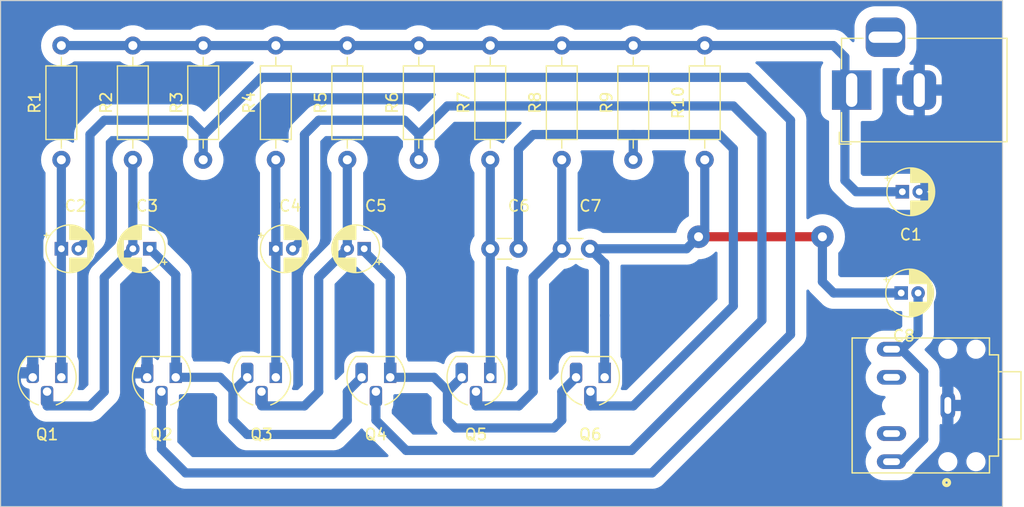
<source format=kicad_pcb>
(kicad_pcb (version 20221018) (generator pcbnew)
  (layers (0 "F.Cu" signal) (31 "B.Cu" signal) (34 "B.Paste" user) (35 "F.Paste" user) (36 "B.SilkS" user "B.Silkscreen") (37 "F.SilkS" user "F.Silkscreen") (38 "B.Mask" user) (39 "F.Mask" user) (44 "Edge.Cuts" user))
  (net 0 "")
  (net 1 "+9V")
  (net 2 "GND")
  (net 3 "Net-(Q1-C)")
  (net 4 "Net-(Q2-B)")
  (net 5 "Net-(Q2-C)")
  (net 6 "Net-(Q1-B)")
  (net 7 "Net-(Q4-B)")
  (net 8 "Net-(Q3-C)")
  (net 9 "Net-(Q4-C)")
  (net 10 "Net-(Q3-B)")
  (net 11 "Net-(Q5-C)")
  (net 12 "Net-(Q6-B)")
  (net 13 "Net-(Q5-B)")
  (net 14 "Net-(Q6-C)")
  (net 15 "audio")
  (footprint "Package_TO_SOT_THT:TO-92L_HandSolder" (layer "F.Cu") (at 63.5 63.5 180)
    (fp_text reference "Q5" (at 1.27 -5.08) (layer "F.SilkS"))
    (fp_text value "NPN" hide)
    (pad "1" thru_hole rect (at 0 0 180) (size 1.1 1.8) (drill 0.75 (offset 0 0.4)) (layers "*.Cu" "*.Mask") (net 11 "Net-(Q5-C)"))
    (pad "2" thru_hole roundrect (at 1.27 -1.27 180) (size 1.1 1.8) (drill 0.75 (offset 0 -0.4)) (layers "*.Cu" "*.Mask") (net 13 "Net-(Q5-B)"))
    (pad "3" thru_hole roundrect (at 2.54 0 180) (size 1.1 1.8) (drill 0.75 (offset 0 0.4)) (layers "*.Cu" "*.Mask") (net 9 "Net-(Q4-C)"))
  )
  (footprint "Capacitor_THT:CP_Radial_D4.0mm_P1.50mm" (layer "F.Cu") (at 100.1 47)
    (fp_text reference "C1" (at 0.75 3.81) (layer "F.SilkS"))
    (fp_text value "C_Polarized" hide)
    (pad "1" thru_hole rect (at 0 0) (size 1.2 1.2) (drill 0.6) (layers "*.Cu" "*.Mask") (net 1 "+9V"))
    (pad "2" thru_hole circle (at 1.5 0) (size 1.2 1.2) (drill 0.6) (layers "*.Cu" "*.Mask") (net 2 "GND"))
  )
  (footprint "Capacitor_THT:CP_Radial_D4.0mm_P1.50mm" (layer "F.Cu") (at 33.25 52.07 180)
    (fp_text reference "C3" (at 0.23 3.81) (layer "F.SilkS"))
    (fp_text value "C_Polarized" hide)
    (pad "1" thru_hole rect (at 0 0 180) (size 1.2 1.2) (drill 0.6) (layers "*.Cu" "*.Mask") (net 5 "Net-(Q2-C)"))
    (pad "2" thru_hole circle (at 1.5 0 180) (size 1.2 1.2) (drill 0.6) (layers "*.Cu" "*.Mask") (net 6 "Net-(Q1-B)"))
  )
  (footprint "Resistor_THT:R_Axial_DIN0207_L6.3mm_D2.5mm_P10.16mm_Horizontal" (layer "F.Cu") (at 76.2 44.16 90)
    (fp_text reference "R9" (at 5.08 -2.37 90) (layer "F.SilkS"))
    (fp_text value "R")
    (pad "1" thru_hole circle (at 0 0 90) (size 1.6 1.6) (drill 0.8) (layers "*.Cu" "*.Mask") (net 12 "Net-(Q6-B)"))
    (pad "2" thru_hole oval (at 10.16 0 90) (size 1.6 1.6) (drill 0.8) (layers "*.Cu" "*.Mask") (net 1 "+9V"))
  )
  (footprint "Package_TO_SOT_THT:TO-92L_HandSolder" (layer "F.Cu") (at 54.61 63.5 180)
    (fp_text reference "Q4" (at 1.27 -5.08) (layer "F.SilkS"))
    (fp_text value "NPN" hide)
    (pad "1" thru_hole rect (at 0 0 180) (size 1.1 1.8) (drill 0.75 (offset 0 0.4)) (layers "*.Cu" "*.Mask") (net 9 "Net-(Q4-C)"))
    (pad "2" thru_hole roundrect (at 1.27 -1.27 180) (size 1.1 1.8) (drill 0.75 (offset 0 -0.4)) (layers "*.Cu" "*.Mask") (net 7 "Net-(Q4-B)"))
    (pad "3" thru_hole roundrect (at 2.54 0 180) (size 1.1 1.8) (drill 0.75 (offset 0 0.4)) (layers "*.Cu" "*.Mask") (net 5 "Net-(Q2-C)"))
  )
  (footprint "Capacitor_THT:C_Disc_D3.0mm_W1.6mm_P2.50mm" (layer "F.Cu") (at 63.5 52.07)
    (fp_text reference "C6" (at 2.54 -3.81) (layer "F.SilkS"))
    (fp_text value "C" hide)
    (pad "1" thru_hole circle (at 0 0) (size 1.6 1.6) (drill 0.8) (layers "*.Cu" "*.Mask") (net 11 "Net-(Q5-C)"))
    (pad "2" thru_hole circle (at 2.5 0) (size 1.6 1.6) (drill 0.8) (layers "*.Cu" "*.Mask") (net 12 "Net-(Q6-B)"))
  )
  (footprint "Capacitor_THT:C_Disc_D3.0mm_W1.6mm_P2.50mm" (layer "F.Cu") (at 69.85 52.07)
    (fp_text reference "C7" (at 2.54 -3.81) (layer "F.SilkS"))
    (fp_text value "C" hide)
    (pad "1" thru_hole circle (at 0 0) (size 1.6 1.6) (drill 0.8) (layers "*.Cu" "*.Mask") (net 13 "Net-(Q5-B)"))
    (pad "2" thru_hole circle (at 2.5 0) (size 1.6 1.6) (drill 0.8) (layers "*.Cu" "*.Mask") (net 14 "Net-(Q6-C)"))
  )
  (footprint "Resistor_THT:R_Axial_DIN0207_L6.3mm_D2.5mm_P10.16mm_Horizontal" (layer "F.Cu") (at 82.55 44.16 90)
    (fp_text reference "R10" (at 5.08 -2.37 90) (layer "F.SilkS"))
    (fp_text value "R")
    (pad "1" thru_hole circle (at 0 0 90) (size 1.6 1.6) (drill 0.8) (layers "*.Cu" "*.Mask") (net 14 "Net-(Q6-C)"))
    (pad "2" thru_hole oval (at 10.16 0 90) (size 1.6 1.6) (drill 0.8) (layers "*.Cu" "*.Mask") (net 1 "+9V"))
  )
  (footprint "Resistor_THT:R_Axial_DIN0207_L6.3mm_D2.5mm_P10.16mm_Horizontal" (layer "F.Cu") (at 25.4 44.16 90)
    (fp_text reference "R1" (at 5.08 -2.37 90) (layer "F.SilkS"))
    (fp_text value "R")
    (pad "1" thru_hole circle (at 0 0 90) (size 1.6 1.6) (drill 0.8) (layers "*.Cu" "*.Mask") (net 3 "Net-(Q1-C)"))
    (pad "2" thru_hole oval (at 10.16 0 90) (size 1.6 1.6) (drill 0.8) (layers "*.Cu" "*.Mask") (net 1 "+9V"))
  )
  (footprint "Resistor_THT:R_Axial_DIN0207_L6.3mm_D2.5mm_P10.16mm_Horizontal" (layer "F.Cu") (at 44.45 44.16 90)
    (fp_text reference "R4" (at 5.08 -2.37 90) (layer "F.SilkS"))
    (fp_text value "R")
    (pad "1" thru_hole circle (at 0 0 90) (size 1.6 1.6) (drill 0.8) (layers "*.Cu" "*.Mask") (net 8 "Net-(Q3-C)"))
    (pad "2" thru_hole oval (at 10.16 0 90) (size 1.6 1.6) (drill 0.8) (layers "*.Cu" "*.Mask") (net 1 "+9V"))
  )
  (footprint "SWITCHCRAFT_35RAPC4BHN2:SWITCHCRAFT_35RAPC4BHN2" (layer "F.Cu") (at 103.14 66 90)
    (fp_text reference "J2" hide)
    (fp_text value "35RAPC4BHN2" hide)
    (pad "" np_thru_hole circle (at -5 1 90) (size 1.2 1.2) (drill 1.2) (layers "*.Cu" "*.Mask"))
    (pad "" np_thru_hole circle (at -5 3.5 90) (size 1.2 1.2) (drill 1.2) (layers "*.Cu" "*.Mask"))
    (pad "" np_thru_hole circle (at 0 -4 90) (size 1.2 1.2) (drill 1.2) (layers "*.Cu" "*.Mask"))
    (pad "" np_thru_hole circle (at 5 1 90) (size 1.2 1.2) (drill 1.2) (layers "*.Cu" "*.Mask"))
    (pad "" np_thru_hole circle (at 5 3.5 90) (size 1.2 1.2) (drill 1.2) (layers "*.Cu" "*.Mask"))
    (pad "1" thru_hole oval (at 0 1 90) (size 2.6 1.3) (drill oval 1.5 0.6) (layers "*.Cu" "*.Mask") (net 2 "GND"))
    (pad "2" thru_hole oval (at 5 -4 90) (size 1.3 2.6) (drill oval 0.6 1.5) (layers "*.Cu" "*.Mask") (net 15 "audio"))
    (pad "3" thru_hole oval (at -5 -4 90) (size 1.3 2.6) (drill oval 0.6 1.5) (layers "*.Cu" "*.Mask") (net 15 "audio"))
    (pad "10" thru_hole oval (at 2.5 -4 90) (size 1.3 2.6) (drill oval 0.6 1.5) (layers "*.Cu" "*.Mask"))
    (pad "11" thru_hole oval (at -2.5 -4 90) (size 1.3 2.6) (drill oval 0.6 1.5) (layers "*.Cu" "*.Mask"))
  )
  (footprint "Package_TO_SOT_THT:TO-92L_HandSolder" (layer "F.Cu") (at 73.66 63.5 180)
    (fp_text reference "Q6" (at 1.27 -5.08) (layer "F.SilkS"))
    (fp_text value "NPN" hide)
    (pad "1" thru_hole rect (at 0 0 180) (size 1.1 1.8) (drill 0.75 (offset 0 0.4)) (layers "*.Cu" "*.Mask") (net 14 "Net-(Q6-C)"))
    (pad "2" thru_hole roundrect (at 1.27 -1.27 180) (size 1.1 1.8) (drill 0.75 (offset 0 -0.4)) (layers "*.Cu" "*.Mask") (net 12 "Net-(Q6-B)"))
    (pad "3" thru_hole roundrect (at 2.54 0 180) (size 1.1 1.8) (drill 0.75 (offset 0 0.4)) (layers "*.Cu" "*.Mask") (net 9 "Net-(Q4-C)"))
  )
  (footprint "Capacitor_THT:CP_Radial_D4.0mm_P1.50mm" (layer "F.Cu") (at 52.3 52.07 180)
    (fp_text reference "C5" (at -1.04 3.81) (layer "F.SilkS"))
    (fp_text value "C_Polarized" hide)
    (pad "1" thru_hole rect (at 0 0 180) (size 1.2 1.2) (drill 0.6) (layers "*.Cu" "*.Mask") (net 9 "Net-(Q4-C)"))
    (pad "2" thru_hole circle (at 1.5 0 180) (size 1.2 1.2) (drill 0.6) (layers "*.Cu" "*.Mask") (net 10 "Net-(Q3-B)"))
  )
  (footprint "Capacitor_THT:CP_Radial_D4.0mm_P1.50mm" (layer "F.Cu") (at 100 56)
    (fp_text reference "C8" (at 0.23 3.81) (layer "F.SilkS"))
    (fp_text value "C_Polarized" hide)
    (pad "1" thru_hole rect (at 0 0) (size 1.2 1.2) (drill 0.6) (layers "*.Cu" "*.Mask") (net 14 "Net-(Q6-C)"))
    (pad "2" thru_hole circle (at 1.5 0) (size 1.2 1.2) (drill 0.6) (layers "*.Cu" "*.Mask") (net 15 "audio"))
  )
  (footprint "Capacitor_THT:CP_Radial_D4.0mm_P1.50mm" (layer "F.Cu") (at 25.4 52.07)
    (fp_text reference "C2" (at 1.27 -3.81) (layer "F.SilkS"))
    (fp_text value "C_Polarized" hide)
    (pad "1" thru_hole rect (at 0 0) (size 1.2 1.2) (drill 0.6) (layers "*.Cu" "*.Mask") (net 3 "Net-(Q1-C)"))
    (pad "2" thru_hole circle (at 1.5 0) (size 1.2 1.2) (drill 0.6) (layers "*.Cu" "*.Mask") (net 4 "Net-(Q2-B)"))
  )
  (footprint "Resistor_THT:R_Axial_DIN0207_L6.3mm_D2.5mm_P10.16mm_Horizontal" (layer "F.Cu") (at 31.75 44.16 90)
    (fp_text reference "R2" (at 5.08 -2.37 90) (layer "F.SilkS"))
    (fp_text value "R")
    (pad "1" thru_hole circle (at 0 0 90) (size 1.6 1.6) (drill 0.8) (layers "*.Cu" "*.Mask") (net 6 "Net-(Q1-B)"))
    (pad "2" thru_hole oval (at 10.16 0 90) (size 1.6 1.6) (drill 0.8) (layers "*.Cu" "*.Mask") (net 1 "+9V"))
  )
  (footprint "Resistor_THT:R_Axial_DIN0207_L6.3mm_D2.5mm_P10.16mm_Horizontal" (layer "F.Cu") (at 50.8 44.16 90)
    (fp_text reference "R5" (at 5.08 -2.37 90) (layer "F.SilkS"))
    (fp_text value "R")
    (pad "1" thru_hole circle (at 0 0 90) (size 1.6 1.6) (drill 0.8) (layers "*.Cu" "*.Mask") (net 10 "Net-(Q3-B)"))
    (pad "2" thru_hole oval (at 10.16 0 90) (size 1.6 1.6) (drill 0.8) (layers "*.Cu" "*.Mask") (net 1 "+9V"))
  )
  (footprint "Resistor_THT:R_Axial_DIN0207_L6.3mm_D2.5mm_P10.16mm_Horizontal" (layer "F.Cu") (at 63.5 44.16 90)
    (fp_text reference "R7" (at 5.08 -2.37 90) (layer "F.SilkS"))
    (fp_text value "R")
    (pad "1" thru_hole circle (at 0 0 90) (size 1.6 1.6) (drill 0.8) (layers "*.Cu" "*.Mask") (net 11 "Net-(Q5-C)"))
    (pad "2" thru_hole oval (at 10.16 0 90) (size 1.6 1.6) (drill 0.8) (layers "*.Cu" "*.Mask") (net 1 "+9V"))
  )
  (footprint "Resistor_THT:R_Axial_DIN0207_L6.3mm_D2.5mm_P10.16mm_Horizontal" (layer "F.Cu") (at 38 44.16 90)
    (fp_text reference "R3" (at 5.08 -2.37 90) (layer "F.SilkS"))
    (fp_text value "R")
    (pad "1" thru_hole circle (at 0 0 90) (size 1.6 1.6) (drill 0.8) (layers "*.Cu" "*.Mask") (net 4 "Net-(Q2-B)"))
    (pad "2" thru_hole oval (at 10.16 0 90) (size 1.6 1.6) (drill 0.8) (layers "*.Cu" "*.Mask") (net 1 "+9V"))
  )
  (footprint "Package_TO_SOT_THT:TO-92L_HandSolder" (layer "F.Cu") (at 25.4 63.5 180)
    (fp_text reference "Q1" (at 1.27 -5.08) (layer "F.SilkS"))
    (fp_text value "NPN" hide)
    (pad "1" thru_hole rect (at 0 0 180) (size 1.1 1.8) (drill 0.75 (offset 0 0.4)) (layers "*.Cu" "*.Mask") (net 3 "Net-(Q1-C)"))
    (pad "2" thru_hole roundrect (at 1.27 -1.27 180) (size 1.1 1.8) (drill 0.75 (offset 0 -0.4)) (layers "*.Cu" "*.Mask") (net 6 "Net-(Q1-B)"))
    (pad "3" thru_hole roundrect (at 2.54 0 180) (size 1.1 1.8) (drill 0.75 (offset 0 0.4)) (layers "*.Cu" "*.Mask") (net 2 "GND"))
  )
  (footprint "Package_TO_SOT_THT:TO-92L_HandSolder" (layer "F.Cu") (at 35.56 63.5 180)
    (fp_text reference "Q2" (at 1.27 -5.08) (layer "F.SilkS"))
    (fp_text value "NPN" hide)
    (pad "1" thru_hole rect (at 0 0 180) (size 1.1 1.8) (drill 0.75 (offset 0 0.4)) (layers "*.Cu" "*.Mask") (net 5 "Net-(Q2-C)"))
    (pad "2" thru_hole roundrect (at 1.27 -1.27 180) (size 1.1 1.8) (drill 0.75 (offset 0 -0.4)) (layers "*.Cu" "*.Mask") (net 4 "Net-(Q2-B)"))
    (pad "3" thru_hole roundrect (at 2.54 0 180) (size 1.1 1.8) (drill 0.75 (offset 0 0.4)) (layers "*.Cu" "*.Mask") (net 2 "GND"))
  )
  (footprint "Resistor_THT:R_Axial_DIN0207_L6.3mm_D2.5mm_P10.16mm_Horizontal" (layer "F.Cu") (at 69.85 44.16 90)
    (fp_text reference "R8" (at 5.08 -2.37 90) (layer "F.SilkS"))
    (fp_text value "R")
    (pad "1" thru_hole circle (at 0 0 90) (size 1.6 1.6) (drill 0.8) (layers "*.Cu" "*.Mask") (net 13 "Net-(Q5-B)"))
    (pad "2" thru_hole oval (at 10.16 0 90) (size 1.6 1.6) (drill 0.8) (layers "*.Cu" "*.Mask") (net 1 "+9V"))
  )
  (footprint "Package_TO_SOT_THT:TO-92L_HandSolder" (layer "F.Cu") (at 44.45 63.5 180)
    (fp_text reference "Q3" (at 1.27 -5.08) (layer "F.SilkS"))
    (fp_text value "NPN" hide)
    (pad "1" thru_hole rect (at 0 0 180) (size 1.1 1.8) (drill 0.75 (offset 0 0.4)) (layers "*.Cu" "*.Mask") (net 8 "Net-(Q3-C)"))
    (pad "2" thru_hole roundrect (at 1.27 -1.27 180) (size 1.1 1.8) (drill 0.75 (offset 0 -0.4)) (layers "*.Cu" "*.Mask") (net 10 "Net-(Q3-B)"))
    (pad "3" thru_hole roundrect (at 2.54 0 180) (size 1.1 1.8) (drill 0.75 (offset 0 0.4)) (layers "*.Cu" "*.Mask") (net 5 "Net-(Q2-C)"))
  )
  (footprint "Connector_BarrelJack:BarrelJack_Horizontal" (layer "F.Cu") (at 95.6 37.9575 180)
    (fp_text reference "J1" hide)
    (fp_text value "Barrel_Jack" hide)
    (pad "1" thru_hole rect (at 0 0 180) (size 3.5 3.5) (drill oval 1 3) (layers "*.Cu" "*.Mask") (net 1 "+9V"))
    (pad "2" thru_hole roundrect (at -6 0 180) (size 3 3.5) (drill oval 1 3) (layers "*.Cu" "*.Mask") (net 2 "GND"))
    (pad "3" thru_hole roundrect (at -3 4.7 180) (size 3.5 3.5) (drill oval 3 1) (layers "*.Cu" "*.Mask"))
  )
  (footprint "Capacitor_THT:CP_Radial_D4.0mm_P1.50mm" (layer "F.Cu") (at 44.45 52.07)
    (fp_text reference "C4" (at 1.27 -3.81) (layer "F.SilkS"))
    (fp_text value "C_Polarized" hide)
    (pad "1" thru_hole rect (at 0 0) (size 1.2 1.2) (drill 0.6) (layers "*.Cu" "*.Mask") (net 8 "Net-(Q3-C)"))
    (pad "2" thru_hole circle (at 1.5 0) (size 1.2 1.2) (drill 0.6) (layers "*.Cu" "*.Mask") (net 7 "Net-(Q4-B)"))
  )
  (footprint "Resistor_THT:R_Axial_DIN0207_L6.3mm_D2.5mm_P10.16mm_Horizontal" (layer "F.Cu") (at 57.15 44.16 90)
    (fp_text reference "R6" (at 5.08 -2.37 90) (layer "F.SilkS"))
    (fp_text value "R")
    (pad "1" thru_hole circle (at 0 0 90) (size 1.6 1.6) (drill 0.8) (layers "*.Cu" "*.Mask") (net 7 "Net-(Q4-B)"))
    (pad "2" thru_hole oval (at 10.16 0 90) (size 1.6 1.6) (drill 0.8) (layers "*.Cu" "*.Mask") (net 1 "+9V"))
  )
  (gr_rect (start 20 30) (end 109 75) (stroke (width 0.1)) (fill none) (layer "Edge.Cuts"))
  (segment (start 100.1 47) (end 96 47) (width 0.8128) (layer "B.Cu") (net 1))
  (segment (start 25.4 34) (end 31.75 34) (width 0.8128) (layer "B.Cu") (net 1))
  (segment (start 76.2 34) (end 82.55 34) (width 0.8128) (layer "B.Cu") (net 1))
  (segment (start 38.1 34) (end 44.45 34) (width 0.8128) (layer "B.Cu") (net 1))
  (segment (start 96 47) (end 95 46) (width 0.8128) (layer "B.Cu") (net 1))
  (segment (start 93.98 34) (end 82.55 34) (width 0.8128) (layer "B.Cu") (net 1))
  (segment (start 95 46) (end 95 35.02) (width 0.8128) (layer "B.Cu") (net 1))
  (segment (start 63.5 34) (end 69.85 34) (width 0.8128) (layer "B.Cu") (net 1))
  (segment (start 44.45 34) (end 50.8 34) (width 0.8128) (layer "B.Cu") (net 1))
  (segment (start 50.8 34) (end 57.15 34) (width 0.8128) (layer "B.Cu") (net 1))
  (segment (start 95 35.02) (end 93.98 34) (width 0.8128) (layer "B.Cu") (net 1))
  (segment (start 57.15 34) (end 63.5 34) (width 0.8128) (layer "B.Cu") (net 1))
  (segment (start 69.85 34) (end 76.2 34) (width 0.8128) (layer "B.Cu") (net 1))
  (segment (start 31.75 34) (end 38.1 34) (width 0.8128) (layer "B.Cu") (net 1))
  (segment (start 25.4 52.07) (end 25.4 63.5) (width 0.8128) (layer "B.Cu") (net 3))
  (segment (start 25.4 44.16) (end 25.4 52.07) (width 0.8128) (layer "B.Cu") (net 3))
  (segment (start 90.17 40.64) (end 86.36 36.83) (width 0.8128) (layer "B.Cu") (net 4))
  (segment (start 90.17 59.69) (end 90.17 40.64) (width 0.8128) (layer "B.Cu") (net 4))
  (segment (start 43.18 36.83) (end 38.1 41.91) (width 0.8128) (layer "B.Cu") (net 4))
  (segment (start 86.36 36.83) (end 43.18 36.83) (width 0.8128) (layer "B.Cu") (net 4))
  (segment (start 27.94 51.03) (end 26.9 52.07) (width 0.8128) (layer "B.Cu") (net 4))
  (segment (start 77.86 72) (end 90.17 59.69) (width 0.8128) (layer "B.Cu") (net 4))
  (segment (start 36.83 40.64) (end 29.21 40.64) (width 0.8128) (layer "B.Cu") (net 4))
  (segment (start 29.21 40.64) (end 27.94 41.91) (width 0.8128) (layer "B.Cu") (net 4))
  (segment (start 34.29 69.85) (end 36.44 72) (width 0.8128) (layer "B.Cu") (net 4))
  (segment (start 38 44.35) (end 38 42.01) (width 0.8128) (layer "B.Cu") (net 4))
  (segment (start 38.1 41.91) (end 36.83 40.64) (width 0.8128) (layer "B.Cu") (net 4))
  (segment (start 34.29 64.77) (end 34.29 69.85) (width 0.8128) (layer "B.Cu") (net 4))
  (segment (start 36.44 72) (end 77.86 72) (width 0.8128) (layer "B.Cu") (net 4))
  (segment (start 27.94 41.91) (end 27.94 51.03) (width 0.8128) (layer "B.Cu") (net 4))
  (segment (start 38 42.01) (end 38.1 41.91) (width 0.8128) (layer "B.Cu") (net 4))
  (segment (start 33.25 52.07) (end 35.56 54.38) (width 0.8128) (layer "B.Cu") (net 5))
  (segment (start 50.8 67.31) (end 50.8 64.77) (width 0.8128) (layer "B.Cu") (net 5))
  (segment (start 40.64 67.31) (end 41.91 68.58) (width 0.8128) (layer "B.Cu") (net 5))
  (segment (start 40.64 64.77) (end 40.64 67.31) (width 0.8128) (layer "B.Cu") (net 5))
  (segment (start 40.64 64.64) (end 40.64 64.77) (width 0.8128) (layer "B.Cu") (net 5))
  (segment (start 39.5 63.5) (end 40.64 64.64) (width 0.8128) (layer "B.Cu") (net 5))
  (segment (start 35.56 54.38) (end 35.56 63.5) (width 0.8128) (layer "B.Cu") (net 5))
  (segment (start 49.53 68.58) (end 50.8 67.31) (width 0.8128) (layer "B.Cu") (net 5))
  (segment (start 41.91 68.58) (end 49.53 68.58) (width 0.8128) (layer "B.Cu") (net 5))
  (segment (start 50.8 64.77) (end 52.07 63.5) (width 0.8128) (layer "B.Cu") (net 5))
  (segment (start 41.91 63.5) (end 40.64 64.77) (width 0.8128) (layer "B.Cu") (net 5))
  (segment (start 35.56 63.5) (end 39.5 63.5) (width 0.8128) (layer "B.Cu") (net 5))
  (segment (start 24.13 66.04) (end 27.94 66.04) (width 0.8128) (layer "B.Cu") (net 6))
  (segment (start 27.94 66.04) (end 29.21 64.77) (width 0.8128) (layer "B.Cu") (net 6))
  (segment (start 24.13 64.77) (end 24.13 66.04) (width 0.8128) (layer "B.Cu") (net 6))
  (segment (start 29.21 64.77) (end 29.21 54.61) (width 0.8128) (layer "B.Cu") (net 6))
  (segment (start 29.21 54.61) (end 31.75 52.07) (width 0.8128) (layer "B.Cu") (net 6))
  (segment (start 31.75 44.16) (end 31.75 52.07) (width 0.8128) (layer "B.Cu") (net 6))
  (segment (start 56.03 70) (end 53.34 67.31) (width 0.8128) (layer "B.Cu") (net 7))
  (segment (start 85.09 39.37) (end 87.63 41.91) (width 0.8128) (layer "B.Cu") (net 7))
  (segment (start 87.63 41.91) (end 87.63 58.42) (width 0.8128) (layer "B.Cu") (net 7))
  (segment (start 46.99 51.03) (end 45.95 52.07) (width 0.8128) (layer "B.Cu") (net 7))
  (segment (start 76.05 70) (end 56.03 70) (width 0.8128) (layer "B.Cu") (net 7))
  (segment (start 53.34 67.31) (end 53.34 64.77) (width 0.8128) (layer "B.Cu") (net 7))
  (segment (start 55.88 40.64) (end 48.26 40.64) (width 0.8128) (layer "B.Cu") (net 7))
  (segment (start 59.69 39.37) (end 85.09 39.37) (width 0.8128) (layer "B.Cu") (net 7))
  (segment (start 46.99 41.91) (end 46.99 51.03) (width 0.8128) (layer "B.Cu") (net 7))
  (segment (start 87.63 58.42) (end 76.05 70) (width 0.8128) (layer "B.Cu") (net 7))
  (segment (start 57.15 44.16) (end 57.15 41.91) (width 0.8128) (layer "B.Cu") (net 7))
  (segment (start 48.26 40.64) (end 46.99 41.91) (width 0.8128) (layer "B.Cu") (net 7))
  (segment (start 57.15 41.91) (end 55.88 40.64) (width 0.8128) (layer "B.Cu") (net 7))
  (segment (start 57.15 41.91) (end 59.69 39.37) (width 0.8128) (layer "B.Cu") (net 7))
  (segment (start 44.45 44.16) (end 44.45 63.5) (width 0.8128) (layer "B.Cu") (net 8))
  (segment (start 59.69 64.69) (end 59.69 64.77) (width 0.8128) (layer "B.Cu") (net 9))
  (segment (start 69.85 64.77) (end 71.12 63.5) (width 0.8128) (layer "B.Cu") (net 9))
  (segment (start 59.69 67.31) (end 60.38 68) (width 0.8128) (layer "B.Cu") (net 9))
  (segment (start 60.96 63.5) (end 59.69 64.77) (width 0.8128) (layer "B.Cu") (net 9))
  (segment (start 59.69 64.77) (end 59.69 67.31) (width 0.8128) (layer "B.Cu") (net 9))
  (segment (start 52.3 52.3) (end 54.61 54.61) (width 0.8128) (layer "B.Cu") (net 9))
  (segment (start 60.38 68) (end 69.16 68) (width 0.8128) (layer "B.Cu") (net 9))
  (segment (start 69.16 68) (end 69.85 67.31) (width 0.8128) (layer "B.Cu") (net 9))
  (segment (start 69.85 67.31) (end 69.85 64.77) (width 0.8128) (layer "B.Cu") (net 9))
  (segment (start 54.61 54.61) (end 54.61 63.5) (width 0.8128) (layer "B.Cu") (net 9))
  (segment (start 54.61 63.5) (end 58.5 63.5) (width 0.8128) (layer "B.Cu") (net 9))
  (segment (start 58.5 63.5) (end 59.69 64.69) (width 0.8128) (layer "B.Cu") (net 9))
  (segment (start 52.3 52.07) (end 52.3 52.3) (width 0.8128) (layer "B.Cu") (net 9))
  (segment (start 46.99 66.04) (end 48.26 64.77) (width 0.8128) (layer "B.Cu") (net 10))
  (segment (start 48.26 64.77) (end 48.26 54.61) (width 0.8128) (layer "B.Cu") (net 10))
  (segment (start 50.8 44.16) (end 50.8 52.07) (width 0.8128) (layer "B.Cu") (net 10))
  (segment (start 43.18 66.04) (end 46.99 66.04) (width 0.8128) (layer "B.Cu") (net 10))
  (segment (start 48.26 54.61) (end 50.8 52.07) (width 0.8128) (layer "B.Cu") (net 10))
  (segment (start 63.5 44.16) (end 63.5 52.07) (width 0.8128) (layer "B.Cu") (net 11))
  (segment (start 63.5 52.07) (end 63.5 63.5) (width 0.8128) (layer "B.Cu") (net 11))
  (segment (start 85.09 57.15) (end 76.2 66.04) (width 0.8128) (layer "B.Cu") (net 12))
  (segment (start 85.09 43.18) (end 85.09 57.15) (width 0.8128) (layer "B.Cu") (net 12))
  (segment (start 76.2 66.04) (end 72.39 66.04) (width 0.8128) (layer "B.Cu") (net 12))
  (segment (start 67.31 41.91) (end 66 43.22) (width 0.8128) (layer "B.Cu") (net 12))
  (segment (start 83.82 41.91) (end 85.09 43.18) (width 0.8128) (layer "B.Cu") (net 12))
  (segment (start 76.2 41.91) (end 67.31 41.91) (width 0.8128) (layer "B.Cu") (net 12))
  (segment (start 76.2 44.45) (end 76.2 41.91) (width 0.8128) (layer "B.Cu") (net 12))
  (segment (start 72.39 66.04) (end 72.39 64.77) (width 0.8128) (layer "B.Cu") (net 12))
  (segment (start 76.2 41.91) (end 83.82 41.91) (width 0.8128) (layer "B.Cu") (net 12))
  (segment (start 66 43.22) (end 66 52.07) (width 0.8128) (layer "B.Cu") (net 12))
  (segment (start 66.04 66.04) (end 67.31 64.77) (width 0.8128) (layer "B.Cu") (net 13))
  (segment (start 62.23 66.04) (end 66.04 66.04) (width 0.8128) (layer "B.Cu") (net 13))
  (segment (start 69.85 44.16) (end 69.85 52.07) (width 0.8128) (layer "B.Cu") (net 13))
  (segment (start 67.31 54.61) (end 69.85 52.07) (width 0.8128) (layer "B.Cu") (net 13))
  (segment (start 62.23 64.77) (end 62.23 66.04) (width 0.8128) (layer "B.Cu") (net 13))
  (segment (start 67.31 64.77) (end 67.31 54.61) (width 0.8128) (layer "B.Cu") (net 13))
  (segment (start 93 51) (end 82 51) (width 0.8128) (layer "F.Cu") (net 14))
  (via (at 82 51) (size 2) (drill 0.8) (layers "F.Cu" "B.Cu") (net 14))
  (via (at 93 51) (size 2) (drill 0.8) (layers "F.Cu" "B.Cu") (net 14))
  (segment (start 73.62 53.34) (end 73.66 53.34) (width 0.8128) (layer "B.Cu") (net 14))
  (segment (start 72.35 52.07) (end 73.62 53.34) (width 0.8128) (layer "B.Cu") (net 14))
  (segment (start 73.66 58) (end 73.66 63.5) (width 0.8128) (layer "B.Cu") (net 14))
  (segment (start 82 51) (end 80.93 52.07) (width 0.8128) (layer "B.Cu") (net 14))
  (segment (start 93 51) (end 93 55) (width 0.8128) (layer "B.Cu") (net 14))
  (segment (start 80.93 52.07) (end 72.35 52.07) (width 0.8128) (layer "B.Cu") (net 14))
  (segment (start 82 51) (end 82.55 50.45) (width 0.8128) (layer "B.Cu") (net 14))
  (segment (start 73.66 53.34) (end 73.66 58) (width 0.8128) (layer "B.Cu") (net 14))
  (segment (start 82.55 50.45) (end 82.55 44.16) (width 0.8128) (layer "B.Cu") (net 14))
  (segment (start 93 55) (end 94 56) (width 0.8128) (layer "B.Cu") (net 14))
  (segment (start 94 56) (end 100 56) (width 0.8128) (layer "B.Cu") (net 14))
  (segment (start 101.5 59.57) (end 101.5 56) (width 0.8128) (layer "B.Cu") (net 15))
  (segment (start 102 69) (end 102 63) (width 0.8128) (layer "B.Cu") (net 15))
  (segment (start 100.07 61) (end 101.5 59.57) (width 0.8128) (layer "B.Cu") (net 15))
  (segment (start 99.14 61) (end 100.07 61) (width 0.8128) (layer "B.Cu") (net 15))
  (segment (start 100 71) (end 102 69) (width 0.8128) (layer "B.Cu") (net 15))
  (segment (start 100 61) (end 99.14 61) (width 0.8128) (layer "B.Cu") (net 15))
  (segment (start 99.14 71) (end 100 71) (width 0.8128) (layer "B.Cu") (net 15))
  (segment (start 102 63) (end 100 61) (width 0.8128) (layer "B.Cu") (net 15))
  (zone (net 2) (net_name "GND") (layer "B.Cu") (connect_pads (clearance 1)) (min_thickness 0.25) (fill yes (thermal_gap 0.5) (thermal_bridge_width 1) (island_removal_mode 2) (island_area_min 10))
    (polygon (pts (xy 20 30) (xy 109 30) (xy 109 75) (xy 20 75)))
  )
)
</source>
